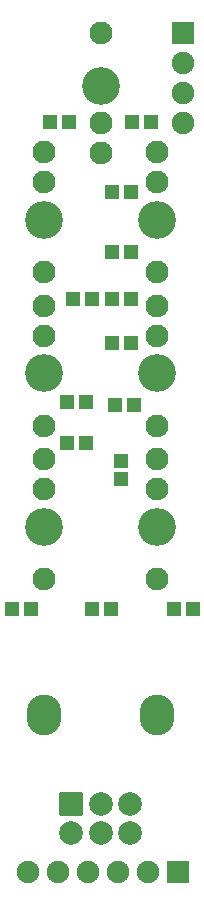
<source format=gbr>
G04 #@! TF.GenerationSoftware,KiCad,Pcbnew,(6.0.0)*
G04 #@! TF.CreationDate,2022-01-28T00:57:34+09:00*
G04 #@! TF.ProjectId,exits board B,65786974-7320-4626-9f61-726420422e6b,2.1*
G04 #@! TF.SameCoordinates,Original*
G04 #@! TF.FileFunction,Soldermask,Bot*
G04 #@! TF.FilePolarity,Negative*
%FSLAX46Y46*%
G04 Gerber Fmt 4.6, Leading zero omitted, Abs format (unit mm)*
G04 Created by KiCad (PCBNEW (6.0.0)) date 2022-01-28 00:57:34*
%MOMM*%
%LPD*%
G01*
G04 APERTURE LIST*
G04 Aperture macros list*
%AMRoundRect*
0 Rectangle with rounded corners*
0 $1 Rounding radius*
0 $2 $3 $4 $5 $6 $7 $8 $9 X,Y pos of 4 corners*
0 Add a 4 corners polygon primitive as box body*
4,1,4,$2,$3,$4,$5,$6,$7,$8,$9,$2,$3,0*
0 Add four circle primitives for the rounded corners*
1,1,$1+$1,$2,$3*
1,1,$1+$1,$4,$5*
1,1,$1+$1,$6,$7*
1,1,$1+$1,$8,$9*
0 Add four rect primitives between the rounded corners*
20,1,$1+$1,$2,$3,$4,$5,0*
20,1,$1+$1,$4,$5,$6,$7,0*
20,1,$1+$1,$6,$7,$8,$9,0*
20,1,$1+$1,$8,$9,$2,$3,0*%
G04 Aperture macros list end*
%ADD10C,3.203200*%
%ADD11C,1.930400*%
%ADD12O,2.923200X3.443200*%
%ADD13RoundRect,0.101600X0.900000X0.900000X-0.900000X0.900000X-0.900000X-0.900000X0.900000X-0.900000X0*%
%ADD14C,2.003200*%
%ADD15RoundRect,0.101600X0.500000X0.500000X-0.500000X0.500000X-0.500000X-0.500000X0.500000X-0.500000X0*%
%ADD16RoundRect,0.101600X-0.500000X-0.500000X0.500000X-0.500000X0.500000X0.500000X-0.500000X0.500000X0*%
%ADD17RoundRect,0.101600X0.500000X-0.500000X0.500000X0.500000X-0.500000X0.500000X-0.500000X-0.500000X0*%
%ADD18RoundRect,0.101600X0.850000X-0.850000X0.850000X0.850000X-0.850000X0.850000X-0.850000X-0.850000X0*%
%ADD19O,1.903200X1.903200*%
%ADD20RoundRect,0.101600X0.850000X0.850000X-0.850000X0.850000X-0.850000X-0.850000X0.850000X-0.850000X0*%
G04 APERTURE END LIST*
D10*
X151750000Y-46695000D03*
D11*
X151750000Y-52410000D03*
X151750000Y-49870000D03*
X151750000Y-42250000D03*
D10*
X156500000Y-71055000D03*
D11*
X156500000Y-65340000D03*
X156500000Y-67880000D03*
X156500000Y-75500000D03*
D10*
X156500000Y-58055000D03*
D11*
X156500000Y-52340000D03*
X156500000Y-54880000D03*
X156500000Y-62500000D03*
D10*
X147000000Y-58055000D03*
D11*
X147000000Y-52340000D03*
X147000000Y-54880000D03*
X147000000Y-62500000D03*
D10*
X147000000Y-71055000D03*
D11*
X147000000Y-65340000D03*
X147000000Y-67880000D03*
X147000000Y-75500000D03*
D10*
X147000000Y-84055000D03*
D11*
X147000000Y-78340000D03*
X147000000Y-80880000D03*
X147000000Y-88500000D03*
D10*
X156500000Y-84055000D03*
D11*
X156500000Y-78340000D03*
X156500000Y-80880000D03*
X156500000Y-88500000D03*
D12*
X156500000Y-100000000D03*
X147000000Y-100000000D03*
D13*
X149250000Y-107500000D03*
D14*
X151750000Y-107500000D03*
X154250000Y-107500000D03*
X149250000Y-110000000D03*
X151750000Y-110000000D03*
X154250000Y-110000000D03*
D15*
X152600000Y-91000000D03*
X151000000Y-91000000D03*
D16*
X157950000Y-91000000D03*
X159550000Y-91000000D03*
D15*
X150550000Y-77000000D03*
X148950000Y-77000000D03*
D16*
X152950000Y-73750000D03*
X154550000Y-73750000D03*
D15*
X154300000Y-64750000D03*
X152700000Y-64750000D03*
D16*
X152700000Y-60750000D03*
X154300000Y-60750000D03*
D15*
X149050000Y-49750000D03*
X147450000Y-49750000D03*
X150550000Y-73500000D03*
X148950000Y-73500000D03*
D17*
X153500000Y-80050000D03*
X153500000Y-78450000D03*
D16*
X154400000Y-49750000D03*
X156000000Y-49750000D03*
D15*
X145850000Y-91000000D03*
X144250000Y-91000000D03*
X151050000Y-64750000D03*
X149450000Y-64750000D03*
D18*
X158280000Y-113300000D03*
D19*
X155740000Y-113300000D03*
X153200000Y-113300000D03*
X150660000Y-113300000D03*
X148120000Y-113300000D03*
X145580000Y-113300000D03*
D20*
X158750000Y-42250000D03*
D19*
X158750000Y-44790000D03*
X158750000Y-47330000D03*
X158750000Y-49870000D03*
D16*
X152700000Y-55750000D03*
X154300000Y-55750000D03*
X152700000Y-68500000D03*
X154300000Y-68500000D03*
M02*

</source>
